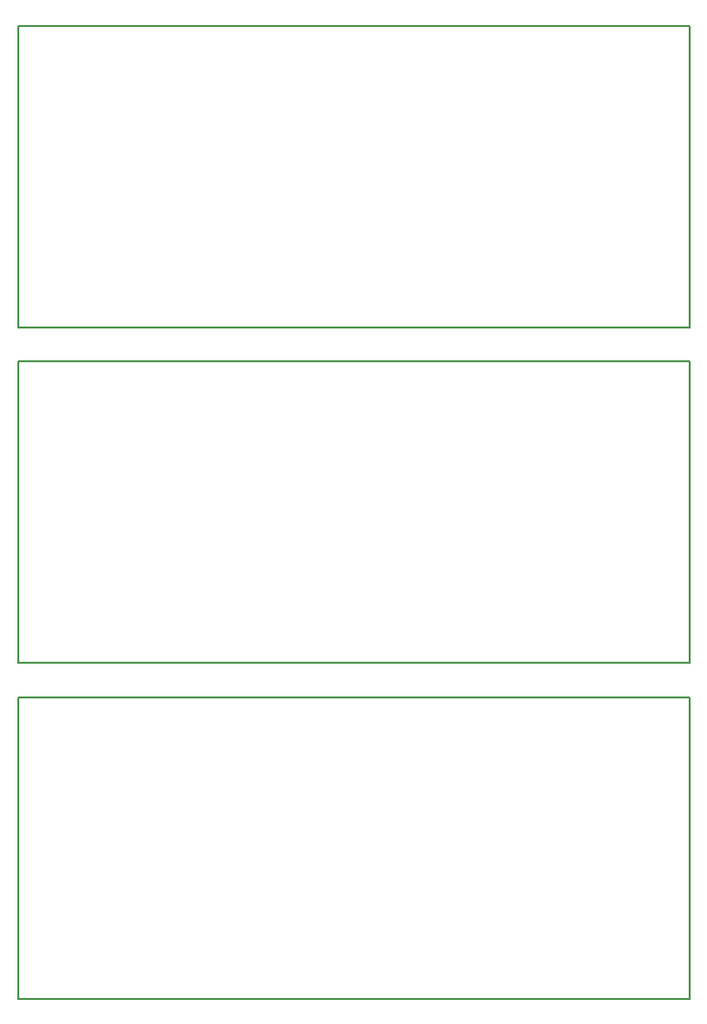
<source format=gko>
G04 Layer_Color=16711935*
%FSLAX44Y44*%
%MOMM*%
G71*
G01*
G75*
%ADD36C,0.2000*%
D36*
X70000Y0D02*
X660000D01*
Y265000D01*
X70000Y0D02*
Y265000D01*
X660000D01*
X70000Y295000D02*
X660000D01*
Y560000D01*
X70000Y295000D02*
Y560000D01*
X660000D01*
X70000Y590000D02*
X660000D01*
Y855000D01*
X70000Y590000D02*
Y855000D01*
X660000D01*
M02*

</source>
